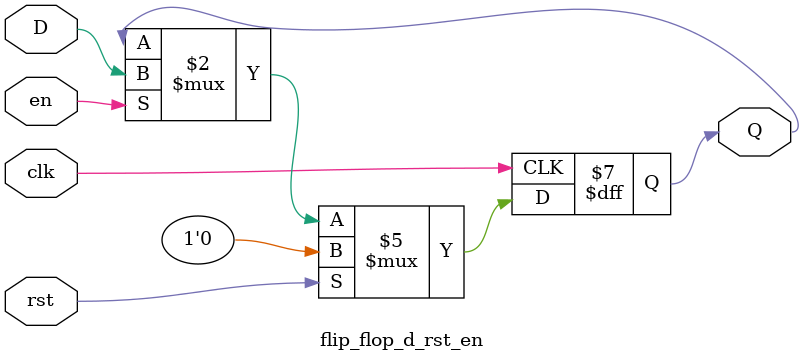
<source format=v>
module flip_flop_d_rst_en(
	input wire D, rst, en,
	input wire clk,
	output reg Q
);

always @(posedge clk) begin
	if(rst) Q <= 1'b0;
	else if (en) Q <= D;
end

endmodule
</source>
